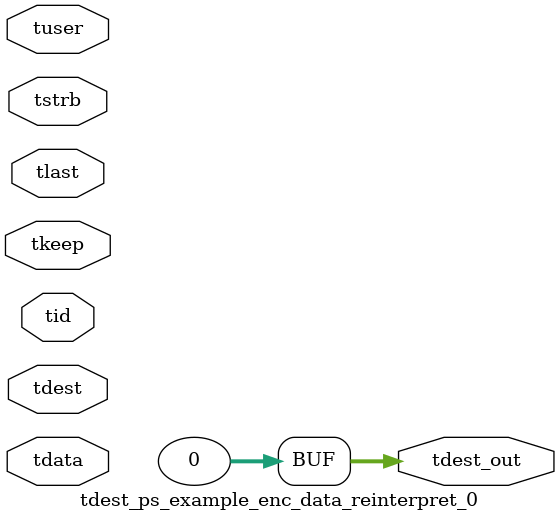
<source format=v>


`timescale 1ps/1ps

module tdest_ps_example_enc_data_reinterpret_0 #
(
parameter C_S_AXIS_TDATA_WIDTH = 32,
parameter C_S_AXIS_TUSER_WIDTH = 0,
parameter C_S_AXIS_TID_WIDTH   = 0,
parameter C_S_AXIS_TDEST_WIDTH = 0,
parameter C_M_AXIS_TDEST_WIDTH = 32
)
(
input  [(C_S_AXIS_TDATA_WIDTH == 0 ? 1 : C_S_AXIS_TDATA_WIDTH)-1:0     ] tdata,
input  [(C_S_AXIS_TUSER_WIDTH == 0 ? 1 : C_S_AXIS_TUSER_WIDTH)-1:0     ] tuser,
input  [(C_S_AXIS_TID_WIDTH   == 0 ? 1 : C_S_AXIS_TID_WIDTH)-1:0       ] tid,
input  [(C_S_AXIS_TDEST_WIDTH == 0 ? 1 : C_S_AXIS_TDEST_WIDTH)-1:0     ] tdest,
input  [(C_S_AXIS_TDATA_WIDTH/8)-1:0 ] tkeep,
input  [(C_S_AXIS_TDATA_WIDTH/8)-1:0 ] tstrb,
input                                                                    tlast,
output [C_M_AXIS_TDEST_WIDTH-1:0] tdest_out
);

assign tdest_out = {1'b0};

endmodule


</source>
